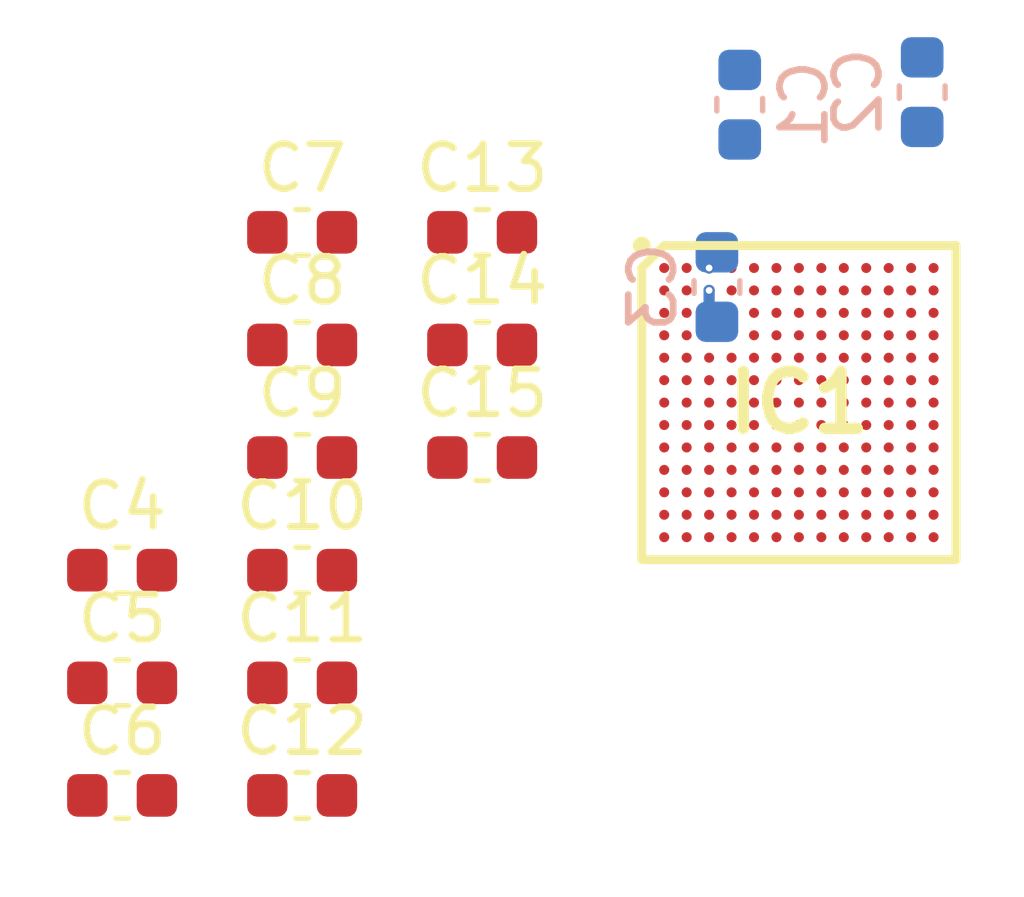
<source format=kicad_pcb>
(kicad_pcb (version 20241229) (generator "pcbnew") (generator_version "9.0")
  (layers (0 "F.Cu" signal) (4 "In1.Cu" signal) (6 "In2.Cu" signal) (8 "In3.Cu" signal) (10 "In4.Cu" signal) (2 "B.Cu" signal) (13 "F.Paste" user) (15 "B.Paste" user) (5 "F.SilkS" user "F.Silkscreen") (7 "B.SilkS" user "B.Silkscreen") (1 "F.Mask" user) (3 "B.Mask" user) (25 "Edge.Cuts" user))
  (net 0 "")
  (net 1 "Net-(IC1-VCAP_1)")
  (net 2 "MCU_VSS")
  (net 3 "Net-(IC1-VCAP_2)")
  (net 4 "MCU_VDD")
  (net 54 "SWCLK")
  (net 74 "SWDIO")
  (net 82 "Net-(D1-A)")
  (footprint "Capacitor_SMD:C_0603_1608Metric" (layer "F.Cu") (at 123.911 76.143)
    (property "Reference" "C5" (at 0 -1.43 0) (layer "F.SilkS"))
    (property "Value" "100nf?")
    (fp_line (start -0.14058 -0.51) (end 0.14058 -0.51) (stroke (width 0.12)) (layer "F.SilkS"))
    (fp_line (start -0.14058 0.51) (end 0.14058 0.51) (stroke (width 0.12)) (layer "F.SilkS"))
    (pad "1" smd roundrect (at -0.775 0) (size 0.9 0.95) (layers "F.Cu" "F.Mask" "F.Paste") (net 4 "MCU_VDD"))
    (pad "2" smd roundrect (at 0.775 0) (size 0.9 0.95) (layers "F.Cu" "F.Mask" "F.Paste") (net 2 "MCU_VSS"))
  )
  (footprint "Capacitor_SMD:C_0603_1608Metric" (layer "F.Cu") (at 131.931 71.123)
    (property "Reference" "C15" (at 0 -1.43 0) (layer "F.SilkS"))
    (property "Value" "100nf?")
    (fp_line (start -0.14058 -0.51) (end 0.14058 -0.51) (stroke (width 0.12)) (layer "F.SilkS"))
    (fp_line (start -0.14058 0.51) (end 0.14058 0.51) (stroke (width 0.12)) (layer "F.SilkS"))
    (pad "1" smd roundrect (at -0.775 0) (size 0.9 0.95) (layers "F.Cu" "F.Mask" "F.Paste") (net 4 "MCU_VDD"))
    (pad "2" smd roundrect (at 0.775 0) (size 0.9 0.95) (layers "F.Cu" "F.Mask" "F.Paste") (net 2 "MCU_VSS"))
  )
  (footprint "Capacitor_SMD:C_0603_1608Metric" (layer "F.Cu") (at 131.931 68.613)
    (property "Reference" "C14" (at 0 -1.43 0) (layer "F.SilkS"))
    (property "Value" "100nf?")
    (fp_line (start -0.14058 -0.51) (end 0.14058 -0.51) (stroke (width 0.12)) (layer "F.SilkS"))
    (fp_line (start -0.14058 0.51) (end 0.14058 0.51) (stroke (width 0.12)) (layer "F.SilkS"))
    (pad "1" smd roundrect (at -0.775 0) (size 0.9 0.95) (layers "F.Cu" "F.Mask" "F.Paste") (net 4 "MCU_VDD"))
    (pad "2" smd roundrect (at 0.775 0) (size 0.9 0.95) (layers "F.Cu" "F.Mask" "F.Paste") (net 2 "MCU_VSS"))
  )
  (footprint "Gabriel_footprints:BGA169C50P13X13_700X700X60" (layer "F.Cu") (at 138.986 69.898)
    (property "Reference" "IC1" (at 0 0 0) (layer "F.SilkS") (effects (font (size 1.27 1.27) (thickness 0.254))))
    (property "Value" "STM32H735AGI6" (hide yes))
    (fp_line (start -3.5 -3) (end -3 -3.5) (stroke (width 0.2)) (layer "F.SilkS"))
    (fp_line (start -3.5 3.5) (end -3.5 -3) (stroke (width 0.2)) (layer "F.SilkS"))
    (fp_line (start -3 -3.5) (end 3.5 -3.5) (stroke (width 0.2)) (layer "F.SilkS"))
    (fp_line (start 3.5 -3.5) (end 3.5 3.5) (stroke (width 0.2)) (layer "F.SilkS"))
    (fp_line (start 3.5 3.5) (end -3.5 3.5) (stroke (width 0.2)) (layer "F.SilkS"))
    (fp_circle (center -3.5 -3.5) (end -3.5 -3.4) (stroke (width 0.2)) (fill no) (layer "F.SilkS"))
    (pad "A1" smd circle (at -3 -3 90) (size 0.224 0.224) (layers "F.Cu" "F.Mask" "F.Paste"))
    (pad "A2" smd circle (at -2.5 -3 90) (size 0.224 0.224) (layers "F.Cu" "F.Mask" "F.Paste"))
    (pad "A3" smd circle (at -2 -3 90) (size 0.224 0.224) (layers "F.Cu" "F.Mask" "F.Paste") (net 4 "MCU_VDD"))
    (pad "A4" smd circle (at -1.5 -3 90) (size 0.224 0.224) (layers "F.Cu" "F.Mask" "F.Paste") (net 1 "Net-(IC1-VCAP_1)"))
    (pad "A5" smd circle (at -1 -3 90) (size 0.224 0.224) (layers "F.Cu" "F.Mask" "F.Paste"))
    (pad "A6" smd circle (at -0.5 -3 90) (size 0.224 0.224) (layers "F.Cu" "F.Mask" "F.Paste") (net 4 "MCU_VDD"))
    (pad "A7" smd circle (at 0 -3 90) (size 0.224 0.224) (layers "F.Cu" "F.Mask" "F.Paste") (net 4 "MCU_VDD"))
    (pad "A8" smd circle (at 0.5 -3 90) (size 0.224 0.224) (layers "F.Cu" "F.Mask" "F.Paste"))
    (pad "A9" smd circle (at 1 -3 90) (size 0.224 0.224) (layers "F.Cu" "F.Mask" "F.Paste"))
    (pad "A10" smd circle (at 1.5 -3 90) (size 0.224 0.224) (layers "F.Cu" "F.Mask" "F.Paste"))
    (pad "A11" smd circle (at 2 -3 90) (size 0.224 0.224) (layers "F.Cu" "F.Mask" "F.Paste"))
    (pad "A12" smd circle (at 2.5 -3 90) (size 0.224 0.224) (layers "F.Cu" "F.Mask" "F.Paste"))
    (pad "A13" smd circle (at 3 -3 90) (size 0.224 0.224) (layers "F.Cu" "F.Mask" "F.Paste"))
    (pad "B1" smd circle (at -3 -2.5 90) (size 0.224 0.224) (layers "F.Cu" "F.Mask" "F.Paste"))
    (pad "B2" smd circle (at -2.5 -2.5 90) (size 0.224 0.224) (layers "F.Cu" "F.Mask" "F.Paste"))
    (pad "B3" smd circle (at -2 -2.5 90) (size 0.224 0.224) (layers "F.Cu" "F.Mask" "F.Paste") (net 2 "MCU_VSS"))
    (pad "B4" smd circle (at -1.5 -2.5 90) (size 0.224 0.224) (layers "F.Cu" "F.Mask" "F.Paste"))
    (pad "B5" smd circle (at -1 -2.5 90) (size 0.224 0.224) (layers "F.Cu" "F.Mask" "F.Paste"))
    (pad "B6" smd circle (at -0.5 -2.5 90) (size 0.224 0.224) (layers "F.Cu" "F.Mask" "F.Paste"))
    (pad "B7" smd circle (at 0 -2.5 90) (size 0.224 0.224) (layers "F.Cu" "F.Mask" "F.Paste") (net 2 "MCU_VSS"))
    (pad "B8" smd circle (at 0.5 -2.5 90) (size 0.224 0.224) (layers "F.Cu" "F.Mask" "F.Paste"))
    (pad "B9" smd circle (at 1 -2.5 90) (size 0.224 0.224) (layers "F.Cu" "F.Mask" "F.Paste"))
    (pad "B10" smd circle (at 1.5 -2.5 90) (size 0.224 0.224) (layers "F.Cu" "F.Mask" "F.Paste") (net 2 "MCU_VSS"))
    (pad "B11" smd circle (at 2 -2.5 90) (size 0.224 0.224) (layers "F.Cu" "F.Mask" "F.Paste"))
    (pad "B12" smd circle (at 2.5 -2.5 90) (size 0.224 0.224) (layers "F.Cu" "F.Mask" "F.Paste") (net 54 "SWCLK"))
    (pad "B13" smd circle (at 3 -2.5 90) (size 0.224 0.224) (layers "F.Cu" "F.Mask" "F.Paste"))
    (pad "C1" smd circle (at -3 -2 90) (size 0.224 0.224) (layers "F.Cu" "F.Mask" "F.Paste"))
    (pad "C2" smd circle (at -2.5 -2 90) (size 0.224 0.224) (layers "F.Cu" "F.Mask" "F.Paste"))
    (pad "C3" smd circle (at -2 -2 90) (size 0.224 0.224) (layers "F.Cu" "F.Mask" "F.Paste"))
    (pad "C4" smd circle (at -1.5 -2 90) (size 0.224 0.224) (layers "F.Cu" "F.Mask" "F.Paste"))
    (pad "C5" smd circle (at -1 -2 90) (size 0.224 0.224) (layers "F.Cu" "F.Mask" "F.Paste"))
    (pad "C6" smd circle (at -0.5 -2 90) (size 0.224 0.224) (layers "F.Cu" "F.Mask" "F.Paste"))
    (pad "C7" smd circle (at 0 -2 90) (size 0.224 0.224) (layers "F.Cu" "F.Mask" "F.Paste"))
    (pad "C8" smd circle (at 0.5 -2 90) (size 0.224 0.224) (layers "F.Cu" "F.Mask" "F.Paste"))
    (pad "C9" smd circle (at 1 -2 90) (size 0.224 0.224) (layers "F.Cu" "F.Mask" "F.Paste"))
    (pad "C10" smd circle (at 1.5 -2 90) (size 0.224 0.224) (layers "F.Cu" "F.Mask" "F.Paste"))
    (pad "C11" smd circle (at 2 -2 90) (size 0.224 0.224) (layers "F.Cu" "F.Mask" "F.Paste"))
    (pad "C12" smd circle (at 2.5 -2 90) (size 0.224 0.224) (layers "F.Cu" "F.Mask" "F.Paste") (net 2 "MCU_VSS"))
    (pad "C13" smd circle (at 3 -2 90) (size 0.224 0.224) (layers "F.Cu" "F.Mask" "F.Paste") (net 4 "MCU_VDD"))
    (pad "D1" smd circle (at -3 -1.5 90) (size 0.224 0.224) (layers "F.Cu" "F.Mask" "F.Paste") (net 4 "MCU_VDD"))
    (pad "D2" smd circle (at -2.5 -1.5 90) (size 0.224 0.224) (layers "F.Cu" "F.Mask" "F.Paste") (net 2 "MCU_VSS"))
    (pad "D3" smd circle (at -2 -1.5 90) (size 0.224 0.224) (layers "F.Cu" "F.Mask" "F.Paste"))
    (pad "D4" smd circle (at -1.5 -1.5 90) (size 0.224 0.224) (layers "F.Cu" "F.Mask" "F.Paste"))
    (pad "D5" smd circle (at -1 -1.5 90) (size 0.224 0.224) (layers "F.Cu" "F.Mask" "F.Paste"))
    (pad "D6" smd circle (at -0.5 -1.5 90) (size 0.224 0.224) (layers "F.Cu" "F.Mask" "F.Paste"))
    (pad "D7" smd circle (at 0 -1.5 90) (size 0.224 0.224) (layers "F.Cu" "F.Mask" "F.Paste"))
    (pad "D8" smd circle (at 0.5 -1.5 90) (size 0.224 0.224) (layers "F.Cu" "F.Mask" "F.Paste"))
    (pad "D9" smd circle (at 1 -1.5 90) (size 0.224 0.224) (layers "F.Cu" "F.Mask" "F.Paste"))
    (pad "D10" smd circle (at 1.5 -1.5 90) (size 0.224 0.224) (layers "F.Cu" "F.Mask" "F.Paste"))
    (pad "D11" smd circle (at 2 -1.5 90) (size 0.224 0.224) (layers "F.Cu" "F.Mask" "F.Paste") (net 74 "SWDIO"))
    (pad "D12" smd circle (at 2.5 -1.5 90) (size 0.224 0.224) (layers "F.Cu" "F.Mask" "F.Paste"))
    (pad "D13" smd circle (at 3 -1.5 90) (size 0.224 0.224) (layers "F.Cu" "F.Mask" "F.Paste") (net 3 "Net-(IC1-VCAP_2)"))
    (pad "E1" smd circle (at -3 -1 90) (size 0.224 0.224) (layers "F.Cu" "F.Mask" "F.Paste"))
    (pad "E2" smd circle (at -2.5 -1 90) (size 0.224 0.224) (layers "F.Cu" "F.Mask" "F.Paste"))
    (pad "E3" smd circle (at -2 -1 90) (size 0.224 0.224) (layers "F.Cu" "F.Mask" "F.Paste"))
    (pad "E4" smd circle (at -1.5 -1 90) (size 0.224 0.224) (layers "F.Cu" "F.Mask" "F.Paste"))
    (pad "E5" smd circle (at -1 -1 90) (size 0.224 0.224) (layers "F.Cu" "F.Mask" "F.Paste"))
    (pad "E6" smd circle (at -0.5 -1 90) (size 0.224 0.224) (layers "F.Cu" "F.Mask" "F.Paste"))
    (pad "E7" smd circle (at 0 -1 90) (size 0.224 0.224) (layers "F.Cu" "F.Mask" "F.Paste"))
    (pad "E8" smd circle (at 0.5 -1 90) (size 0.224 0.224) (layers "F.Cu" "F.Mask" "F.Paste"))
    (pad "E9" smd circle (at 1 -1 90) (size 0.224 0.224) (layers "F.Cu" "F.Mask" "F.Paste"))
    (pad "E10" smd circle (at 1.5 -1 90) (size 0.224 0.224) (layers "F.Cu" "F.Mask" "F.Paste"))
    (pad "E11" smd circle (at 2 -1 90) (size 0.224 0.224) (layers "F.Cu" "F.Mask" "F.Paste"))
    (pad "E12" smd circle (at 2.5 -1 90) (size 0.224 0.224) (layers "F.Cu" "F.Mask" "F.Paste"))
    (pad "E13" smd circle (at 3 -1 90) (size 0.224 0.224) (layers "F.Cu" "F.Mask" "F.Paste"))
    (pad "F1" smd circle (at -3 -0.5 90) (size 0.224 0.224) (layers "F.Cu" "F.Mask" "F.Paste"))
    (pad "F2" smd circle (at -2.5 -0.5 90) (size 0.224 0.224) (layers "F.Cu" "F.Mask" "F.Paste"))
    (pad "F3" smd circle (at -2 -0.5 90) (size 0.224 0.224) (layers "F.Cu" "F.Mask" "F.Paste"))
    (pad "F4" smd circle (at -1.5 -0.5 90) (size 0.224 0.224) (layers "F.Cu" "F.Mask" "F.Paste"))
    (pad "F5" smd circle (at -1 -0.5 90) (size 0.224 0.224) (layers "F.Cu" "F.Mask" "F.Paste"))
    (pad "F6" smd circle (at -0.5 -0.5 90) (size 0.224 0.224) (layers "F.Cu" "F.Mask" "F.Paste"))
    (pad "F7" smd circle (at 0 -0.5 90) (size 0.224 0.224) (layers "F.Cu" "F.Mask" "F.Paste"))
    (pad "F8" smd circle (at 0.5 -0.5 90) (size 0.224 0.224) (layers "F.Cu" "F.Mask" "F.Paste"))
    (pad "F9" smd circle (at 1 -0.5 90) (size 0.224 0.224) (layers "F.Cu" "F.Mask" "F.Paste"))
    (pad "F10" smd circle (at 1.5 -0.5 90) (size 0.224 0.224) (layers "F.Cu" "F.Mask" "F.Paste"))
    (pad "F11" smd circle (at 2 -0.5 90) (size 0.224 0.224) (layers "F.Cu" "F.Mask" "F.Paste"))
    (pad "F12" smd circle (at 2.5 -0.5 90) (size 0.224 0.224) (layers "F.Cu" "F.Mask" "F.Paste"))
    (pad "F13" smd circle (at 3 -0.5 90) (size 0.224 0.224) (layers "F.Cu" "F.Mask" "F.Paste"))
    (pad "G1" smd circle (at -3 0 90) (size 0.224 0.224) (layers "F.Cu" "F.Mask" "F.Paste") (net 4 "MCU_VDD"))
    (pad "G2" smd circle (at -2.5 0 90) (size 0.224 0.224) (layers "F.Cu" "F.Mask" "F.Paste") (net 2 "MCU_VSS"))
    (pad "G3" smd circle (at -2 0 90) (size 0.224 0.224) (layers "F.Cu" "F.Mask" "F.Paste"))
    (pad "G4" smd circle (at -1.5 0 90) (size 0.224 0.224) (layers "F.Cu" "F.Mask" "F.Paste"))
    (pad "G5" smd circle (at -1 0 90) (size 0.224 0.224) (layers "F.Cu" "F.Mask" "F.Paste"))
    (pad "G6" smd circle (at -0.5 0 90) (size 0.224 0.224) (layers "F.Cu" "F.Mask" "F.Paste"))
    (pad "G7" smd circle (at 0 0 90) (size 0.224 0.224) (layers "F.Cu" "F.Mask" "F.Paste"))
    (pad "G8" smd circle (at 0.5 0 90) (size 0.224 0.224) (layers "F.Cu" "F.Mask" "F.Paste"))
    (pad "G9" smd circle (at 1 0 90) (size 0.224 0.224) (layers "F.Cu" "F.Mask" "F.Paste"))
    (pad "G10" smd circle (at 1.5 0 90) (size 0.224 0.224) (layers "F.Cu" "F.Mask" "F.Paste"))
    (pad "G11" smd circle (at 2 0 90) (size 0.224 0.224) (layers "F.Cu" "F.Mask" "F.Paste"))
    (pad "G12" smd circle (at 2.5 0 90) (size 0.224 0.224) (layers "F.Cu" "F.Mask" "F.Paste"))
    (pad "G13" smd circle (at 3 0 90) (size 0.224 0.224) (layers "F.Cu" "F.Mask" "F.Paste") (net 82 "Net-(D1-A)"))
    (pad "H1" smd circle (at -3 0.5 90) (size 0.224 0.224) (layers "F.Cu" "F.Mask" "F.Paste"))
    (pad "H2" smd circle (at -2.5 0.5 90) (size 0.224 0.224) (layers "F.Cu" "F.Mask" "F.Paste"))
    (pad "H3" smd circle (at -2 0.5 90) (size 0.224 0.224) (layers "F.Cu" "F.Mask" "F.Paste"))
    (pad "H4" smd circle (at -1.5 0.5 90) (size 0.224 0.224) (layers "F.Cu" "F.Mask" "F.Paste"))
    (pad "H5" smd circle (at -1 0.5 90) (size 0.224 0.224) (layers "F.Cu" "F.Mask" "F.Paste"))
    (pad "H6" smd circle (at -0.5 0.5 90) (size 0.224 0.224) (layers "F.Cu" "F.Mask" "F.Paste"))
    (pad "H7" smd circle (at 0 0.5 90) (size 0.224 0.224) (layers "F.Cu" "F.Mask" "F.Paste"))
    (pad "H8" smd circle (at 0.5 0.5 90) (size 0.224 0.224) (layers "F.Cu" "F.Mask" "F.Paste"))
    (pad "H9" smd circle (at 1 0.5 90) (size 0.224 0.224) (layers "F.Cu" "F.Mask" "F.Paste"))
    (pad "H10" smd circle (at 1.5 0.5 90) (size 0.224 0.224) (layers "F.Cu" "F.Mask" "F.Paste"))
    (pad "H11" smd circle (at 2 0.5 90) (size 0.224 0.224) (layers "F.Cu" "F.Mask" "F.Paste"))
    (pad "H12" smd circle (at 2.5 0.5 90) (size 0.224 0.224) (layers "F.Cu" "F.Mask" "F.Paste") (net 2 "MCU_VSS"))
    (pad "H13" smd circle (at 3 0.5 90) (size 0.224 0.224) (layers "F.Cu" "F.Mask" "F.Paste") (net 4 "MCU_VDD"))
    (pad "J1" smd circle (at -3 1 90) (size 0.224 0.224) (layers "F.Cu" "F.Mask" "F.Paste"))
    (pad "J2" smd circle (at -2.5 1 90) (size 0.224 0.224) (layers "F.Cu" "F.Mask" "F.Paste"))
    (pad "J3" smd circle (at -2 1 90) (size 0.224 0.224) (layers "F.Cu" "F.Mask" "F.Paste"))
    (pad "J4" smd circle (at -1.5 1 90) (size 0.224 0.224) (layers "F.Cu" "F.Mask" "F.Paste"))
    (pad "J5" smd circle (at -1 1 90) (size 0.224 0.224) (layers "F.Cu" "F.Mask" "F.Paste"))
    (pad "J6" smd circle (at -0.5 1 90) (size 0.224 0.224) (layers "F.Cu" "F.Mask" "F.Paste"))
    (pad "J7" smd circle (at 0 1 90) (size 0.224 0.224) (layers "F.Cu" "F.Mask" "F.Paste"))
    (pad "J8" smd circle (at 0.5 1 90) (size 0.224 0.224) (layers "F.Cu" "F.Mask" "F.Paste"))
    (pad "J9" smd circle (at 1 1 90) (size 0.224 0.224) (layers "F.Cu" "F.Mask" "F.Paste"))
    (pad "J10" smd circle (at 1.5 1 90) (size 0.224 0.224) (layers "F.Cu" "F.Mask" "F.Paste"))
    (pad "J11" smd circle (at 2 1 90) (size 0.224 0.224) (layers "F.Cu" "F.Mask" "F.Paste"))
    (pad "J12" smd circle (at 2.5 1 90) (size 0.224 0.224) (layers "F.Cu" "F.Mask" "F.Paste"))
    (pad "J13" smd circle (at 3 1 90) (size 0.224 0.224) (layers "F.Cu" "F.Mask" "F.Paste"))
    (pad "K1" smd circle (at -3 1.5 90) (size 0.224 0.224) (layers "F.Cu" "F.Mask" "F.Paste"))
    (pad "K2" smd circle (at -2.5 1.5 90) (size 0.224 0.224) (layers "F.Cu" "F.Mask" "F.Paste"))
    (pad "K3" smd circle (at -2 1.5 90) (size 0.224 0.224) (layers "F.Cu" "F.Mask" "F.Paste"))
    (pad "K4" smd circle (at -1.5 1.5 90) (size 0.224 0.224) (layers "F.Cu" "F.Mask" "F.Paste"))
    (pad "K5" smd circle (at -1 1.5 90) (size 0.224 0.224) (layers "F.Cu" "F.Mask" "F.Paste"))
    (pad "K6" smd circle (at -0.5 1.5 90) (size 0.224 0.224) (layers "F.Cu" "F.Mask" "F.Paste"))
    (pad "K7" smd circle (at 0 1.5 90) (size 0.224 0.224) (layers "F.Cu" "F.Mask" "F.Paste"))
    (pad "K8" smd circle (at 0.5 1.5 90) (size 0.224 0.224) (layers "F.Cu" "F.Mask" "F.Paste"))
    (pad "K9" smd circle (at 1 1.5 90) (size 0.224 0.224) (layers "F.Cu" "F.Mask" "F.Paste"))
    (pad "K10" smd circle (at 1.5 1.5 90) (size 0.224 0.224) (layers "F.Cu" "F.Mask" "F.Paste"))
    (pad "K11" smd circle (at 2 1.5 90) (size 0.224 0.224) (layers "F.Cu" "F.Mask" "F.Paste"))
    (pad "K12" smd circle (at 2.5 1.5 90) (size 0.224 0.224) (layers "F.Cu" "F.Mask" "F.Paste"))
    (pad "K13" smd circle (at 3 1.5 90) (size 0.224 0.224) (layers "F.Cu" "F.Mask" "F.Paste"))
    (pad "L1" smd circle (at -3 2 90) (size 0.224 0.224) (layers "F.Cu" "F.Mask" "F.Paste"))
    (pad "L2" smd circle (at -2.5 2 90) (size 0.224 0.224) (layers "F.Cu" "F.Mask" "F.Paste"))
    (pad "L3" smd circle (at -2 2 90) (size 0.224 0.224) (layers "F.Cu" "F.Mask" "F.Paste"))
    (pad "L4" smd circle (at -1.5 2 90) (size 0.224 0.224) (layers "F.Cu" "F.Mask" "F.Paste"))
    (pad "L5" smd circle (at -1 2 90) (size 0.224 0.224) (layers "F.Cu" "F.Mask" "F.Paste"))
    (pad "L6" smd circle (at -0.5 2 90) (size 0.224 0.224) (layers "F.Cu" "F.Mask" "F.Paste"))
    (pad "L7" smd circle (at 0 2 90) (size 0.224 0.224) (layers "F.Cu" "F.Mask" "F.Paste"))
    (pad "L8" smd circle (at 0.5 2 90) (size 0.224 0.224) (layers "F.Cu" "F.Mask" "F.Paste"))
    (pad "L9" smd circle (at 1 2 90) (size 0.224 0.224) (layers "F.Cu" "F.Mask" "F.Paste"))
    (pad "L10" smd circle (at 1.5 2 90) (size 0.224 0.224) (layers "F.Cu" "F.Mask" "F.Paste"))
    (pad "L11" smd circle (at 2 2 90) (size 0.224 0.224) (layers "F.Cu" "F.Mask" "F.Paste"))
    (pad "L12" smd circle (at 2.5 2 90) (size 0.224 0.224) (layers "F.Cu" "F.Mask" "F.Paste") (net 2 "MCU_VSS"))
    (pad "L13" smd circle (at 3 2 90) (size 0.224 0.224) (layers "F.Cu" "F.Mask" "F.Paste") (net 4 "MCU_VDD"))
    (pad "M1" smd circle (at -3 2.5 90) (size 0.224 0.224) (layers "F.Cu" "F.Mask" "F.Paste") (net 4 "MCU_VDD"))
    (pad "M2" smd circle (at -2.5 2.5 90) (size 0.224 0.224) (layers "F.Cu" "F.Mask" "F.Paste") (net 2 "MCU_VSS"))
    (pad "M3" smd circle (at -2 2.5 90) (size 0.224 0.224) (layers "F.Cu" "F.Mask" "F.Paste"))
    (pad "M4" smd circle (at -1.5 2.5 90) (size 0.224 0.224) (layers "F.Cu" "F.Mask" "F.Paste") (net 2 "MCU_VSS"))
    (pad "M5" smd circle (at -1 2.5 90) (size 0.224 0.224) (layers "F.Cu" "F.Mask" "F.Paste"))
    (pad "M6" smd circle (at -0.5 2.5 90) (size 0.224 0.224) (layers "F.Cu" "F.Mask" "F.Paste"))
    (pad "M7" smd circle (at 0 2.5 90) (size 0.224 0.224) (layers "F.Cu" "F.Mask" "F.Paste") (net 2 "MCU_VSS"))
    (pad "M8" smd circle (at 0.5 2.5 90) (size 0.224 0.224) (layers "F.Cu" "F.Mask" "F.Paste"))
    (pad "M9" smd circle (at 1 2.5 90) (size 0.224 0.224) (layers "F.Cu" "F.Mask" "F.Paste"))
    (pad "M10" smd circle (at 1.5 2.5 90) (size 0.224 0.224) (layers "F.Cu" "F.Mask" "F.Paste"))
    (pad "M11" smd circle (at 2 2.5 90) (size 0.224 0.224) (layers "F.Cu" "F.Mask" "F.Paste") (net 2 "MCU_VSS"))
    (pad "M12" smd circle (at 2.5 2.5 90) (size 0.224 0.224) (layers "F.Cu" "F.Mask" "F.Paste"))
    (pad "M13" smd circle (at 3 2.5 90) (size 0.224 0.224) (layers "F.Cu" "F.Mask" "F.Paste"))
    (pad "N1" smd circle (at -3 3 90) (size 0.224 0.224) (layers "F.Cu" "F.Mask" "F.Paste"))
    (pad "N2" smd circle (at -2.5 3 90) (size 0.224 0.224) (layers "F.Cu" "F.Mask" "F.Paste"))
    (pad "N3" smd circle (at -2 3 90) (size 0.224 0.224) (layers "F.Cu" "F.Mask" "F.Paste"))
    (pad "N4" smd circle (at -1.5 3 90) (size 0.224 0.224) (layers "F.Cu" "F.Mask" "F.Paste") (net 4 "MCU_VDD"))
    (pad "N5" smd circle (at -1 3 90) (size 0.224 0.224) (layers "F.Cu" "F.Mask" "F.Paste"))
    (pad "N6" smd circle (at -0.5 3 90) (size 0.224 0.224) (layers "F.Cu" "F.Mask" "F.Paste"))
    (pad "N7" smd circle (at 0 3 90) (size 0.224 0.224) (layers "F.Cu" "F.Mask" "F.Paste") (net 4 "MCU_VDD"))
    (pad "N8" smd circle (at 0.5 3 90) (size 0.224 0.224) (layers "F.Cu" "F.Mask" "F.Paste"))
    (pad "N9" smd circle (at 1 3 90) (size 0.224 0.224) (layers "F.Cu" "F.Mask" "F.Paste"))
    (pad "N10" smd circle (at 1.5 3 90) (size 0.224 0.224) (layers "F.Cu" "F.Mask" "F.Paste"))
    (pad "N11" smd circle (at 2 3 90) (size 0.224 0.224) (layers "F.Cu" "F.Mask" "F.Paste") (net 4 "MCU_VDD"))
    (pad "N12" smd circle (at 2.5 3 90) (size 0.224 0.224) (layers "F.Cu" "F.Mask" "F.Paste"))
    (pad "N13" smd circle (at 3 3 90) (size 0.224 0.224) (layers "F.Cu" "F.Mask" "F.Paste"))
  )
  (footprint "Capacitor_SMD:C_0603_1608Metric" (layer "F.Cu") (at 127.921 76.143)
    (property "Reference" "C11" (at 0 -1.43 0) (layer "F.SilkS"))
    (property "Value" "100nf?")
    (fp_line (start -0.14058 -0.51) (end 0.14058 -0.51) (stroke (width 0.12)) (layer "F.SilkS"))
    (fp_line (start -0.14058 0.51) (end 0.14058 0.51) (stroke (width 0.12)) (layer "F.SilkS"))
    (pad "1" smd roundrect (at -0.775 0) (size 0.9 0.95) (layers "F.Cu" "F.Mask" "F.Paste") (net 4 "MCU_VDD"))
    (pad "2" smd roundrect (at 0.775 0) (size 0.9 0.95) (layers "F.Cu" "F.Mask" "F.Paste") (net 2 "MCU_VSS"))
  )
  (footprint "Capacitor_SMD:C_0603_1608Metric" (layer "F.Cu") (at 131.931 66.103)
    (property "Reference" "C13" (at 0 -1.43 0) (layer "F.SilkS"))
    (property "Value" "100nf?")
    (fp_line (start -0.14058 -0.51) (end 0.14058 -0.51) (stroke (width 0.12)) (layer "F.SilkS"))
    (fp_line (start -0.14058 0.51) (end 0.14058 0.51) (stroke (width 0.12)) (layer "F.SilkS"))
    (pad "1" smd roundrect (at -0.775 0) (size 0.9 0.95) (layers "F.Cu" "F.Mask" "F.Paste") (net 4 "MCU_VDD"))
    (pad "2" smd roundrect (at 0.775 0) (size 0.9 0.95) (layers "F.Cu" "F.Mask" "F.Paste") (net 2 "MCU_VSS"))
  )
  (footprint "Capacitor_SMD:C_0603_1608Metric" (layer "F.Cu") (at 127.921 71.123)
    (property "Reference" "C9" (at 0 -1.43 0) (layer "F.SilkS"))
    (property "Value" "100nf?")
    (fp_line (start -0.14058 -0.51) (end 0.14058 -0.51) (stroke (width 0.12)) (layer "F.SilkS"))
    (fp_line (start -0.14058 0.51) (end 0.14058 0.51) (stroke (width 0.12)) (layer "F.SilkS"))
    (pad "1" smd roundrect (at -0.775 0) (size 0.9 0.95) (layers "F.Cu" "F.Mask" "F.Paste") (net 4 "MCU_VDD"))
    (pad "2" smd roundrect (at 0.775 0) (size 0.9 0.95) (layers "F.Cu" "F.Mask" "F.Paste") (net 2 "MCU_VSS"))
  )
  (footprint "Capacitor_SMD:C_0603_1608Metric" (layer "F.Cu") (at 127.921 66.103)
    (property "Reference" "C7" (at 0 -1.43 0) (layer "F.SilkS"))
    (property "Value" "100nf?")
    (fp_line (start -0.14058 -0.51) (end 0.14058 -0.51) (stroke (width 0.12)) (layer "F.SilkS"))
    (fp_line (start -0.14058 0.51) (end 0.14058 0.51) (stroke (width 0.12)) (layer "F.SilkS"))
    (pad "1" smd roundrect (at -0.775 0) (size 0.9 0.95) (layers "F.Cu" "F.Mask" "F.Paste") (net 4 "MCU_VDD"))
    (pad "2" smd roundrect (at 0.775 0) (size 0.9 0.95) (layers "F.Cu" "F.Mask" "F.Paste") (net 2 "MCU_VSS"))
  )
  (footprint "Capacitor_SMD:C_0603_1608Metric" (layer "F.Cu") (at 127.921 73.633)
    (property "Reference" "C10" (at 0 -1.43 0) (layer "F.SilkS"))
    (property "Value" "100nf?")
    (fp_line (start -0.14058 -0.51) (end 0.14058 -0.51) (stroke (width 0.12)) (layer "F.SilkS"))
    (fp_line (start -0.14058 0.51) (end 0.14058 0.51) (stroke (width 0.12)) (layer "F.SilkS"))
    (pad "1" smd roundrect (at -0.775 0) (size 0.9 0.95) (layers "F.Cu" "F.Mask" "F.Paste") (net 4 "MCU_VDD"))
    (pad "2" smd roundrect (at 0.775 0) (size 0.9 0.95) (layers "F.Cu" "F.Mask" "F.Paste") (net 2 "MCU_VSS"))
  )
  (footprint "Capacitor_SMD:C_0603_1608Metric" (layer "F.Cu") (at 127.921 68.613)
    (property "Reference" "C8" (at 0 -1.43 0) (layer "F.SilkS"))
    (property "Value" "100nf?")
    (fp_line (start -0.14058 -0.51) (end 0.14058 -0.51) (stroke (width 0.12)) (layer "F.SilkS"))
    (fp_line (start -0.14058 0.51) (end 0.14058 0.51) (stroke (width 0.12)) (layer "F.SilkS"))
    (pad "1" smd roundrect (at -0.775 0) (size 0.9 0.95) (layers "F.Cu" "F.Mask" "F.Paste") (net 4 "MCU_VDD"))
    (pad "2" smd roundrect (at 0.775 0) (size 0.9 0.95) (layers "F.Cu" "F.Mask" "F.Paste") (net 2 "MCU_VSS"))
  )
  (footprint "Capacitor_SMD:C_0603_1608Metric" (layer "F.Cu") (at 123.911 78.653)
    (property "Reference" "C6" (at 0 -1.43 0) (layer "F.SilkS"))
    (property "Value" "100nf?")
    (fp_line (start -0.14058 -0.51) (end 0.14058 -0.51) (stroke (width 0.12)) (layer "F.SilkS"))
    (fp_line (start -0.14058 0.51) (end 0.14058 0.51) (stroke (width 0.12)) (layer "F.SilkS"))
    (pad "1" smd roundrect (at -0.775 0) (size 0.9 0.95) (layers "F.Cu" "F.Mask" "F.Paste") (net 4 "MCU_VDD"))
    (pad "2" smd roundrect (at 0.775 0) (size 0.9 0.95) (layers "F.Cu" "F.Mask" "F.Paste") (net 2 "MCU_VSS"))
  )
  (footprint "Capacitor_SMD:C_0603_1608Metric" (layer "F.Cu") (at 123.911 73.633)
    (property "Reference" "C4" (at 0 -1.43 0) (layer "F.SilkS"))
    (property "Value" "100nf?")
    (fp_line (start -0.14058 -0.51) (end 0.14058 -0.51) (stroke (width 0.12)) (layer "F.SilkS"))
    (fp_line (start -0.14058 0.51) (end 0.14058 0.51) (stroke (width 0.12)) (layer "F.SilkS"))
    (pad "1" smd roundrect (at -0.775 0) (size 0.9 0.95) (layers "F.Cu" "F.Mask" "F.Paste") (net 4 "MCU_VDD"))
    (pad "2" smd roundrect (at 0.775 0) (size 0.9 0.95) (layers "F.Cu" "F.Mask" "F.Paste") (net 2 "MCU_VSS"))
  )
  (footprint "Capacitor_SMD:C_0603_1608Metric" (layer "F.Cu") (at 127.921 78.653)
    (property "Reference" "C12" (at 0 -1.43 0) (layer "F.SilkS"))
    (property "Value" "100nf?")
    (fp_line (start -0.14058 -0.51) (end 0.14058 -0.51) (stroke (width 0.12)) (layer "F.SilkS"))
    (fp_line (start -0.14058 0.51) (end 0.14058 0.51) (stroke (width 0.12)) (layer "F.SilkS"))
    (pad "1" smd roundrect (at -0.775 0) (size 0.9 0.95) (layers "F.Cu" "F.Mask" "F.Paste") (net 4 "MCU_VDD"))
    (pad "2" smd roundrect (at 0.775 0) (size 0.9 0.95) (layers "F.Cu" "F.Mask" "F.Paste") (net 2 "MCU_VSS"))
  )
  (footprint "Capacitor_SMD:C_0603_1608Metric" (layer "B.Cu") (at 137.16 67.323 -90)
    (property "Reference" "C3" (at 0 1.43 90) (layer "B.SilkS") (effects (justify mirror)))
    (property "Value" "100nf?")
    (fp_line (start -0.14058 0.51) (end 0.14058 0.51) (stroke (width 0.12)) (layer "B.SilkS"))
    (fp_line (start -0.14058 -0.51) (end 0.14058 -0.51) (stroke (width 0.12)) (layer "B.SilkS"))
    (pad "1" smd roundrect (at -0.775 0 270) (size 0.9 0.95) (layers "B.Cu" "B.Mask" "B.Paste") (net 4 "MCU_VDD"))
    (pad "2" smd roundrect (at 0.775 0 270) (size 0.9 0.95) (layers "B.Cu" "B.Mask" "B.Paste") (net 2 "MCU_VSS"))
  )
  (footprint "Capacitor_SMD:C_0603_1608Metric" (layer "B.Cu") (at 137.668 63.259 90)
    (property "Reference" "C1" (at 0 1.43 90) (layer "B.SilkS") (effects (justify mirror)))
    (property "Value" "2.2uf")
    (fp_line (start -0.14058 -0.51) (end 0.14058 -0.51) (stroke (width 0.12)) (layer "B.SilkS"))
    (fp_line (start -0.14058 0.51) (end 0.14058 0.51) (stroke (width 0.12)) (layer "B.SilkS"))
    (pad "1" smd roundrect (at -0.775 0 90) (size 0.9 0.95) (layers "B.Cu" "B.Mask" "B.Paste") (net 2 "MCU_VSS"))
    (pad "2" smd roundrect (at 0.775 0 90) (size 0.9 0.95) (layers "B.Cu" "B.Mask" "B.Paste") (net 1 "Net-(IC1-VCAP_1)"))
  )
  (footprint "Capacitor_SMD:C_0603_1608Metric" (layer "B.Cu") (at 141.732 62.979 -90)
    (property "Reference" "C2" (at 0 1.43 90) (layer "B.SilkS") (effects (justify mirror)))
    (property "Value" "2.2uf")
    (fp_line (start -0.14058 0.51) (end 0.14058 0.51) (stroke (width 0.12)) (layer "B.SilkS"))
    (fp_line (start -0.14058 -0.51) (end 0.14058 -0.51) (stroke (width 0.12)) (layer "B.SilkS"))
    (pad "1" smd roundrect (at -0.775 0 270) (size 0.9 0.95) (layers "B.Cu" "B.Mask" "B.Paste") (net 2 "MCU_VSS"))
    (pad "2" smd roundrect (at 0.775 0 270) (size 0.9 0.95) (layers "B.Cu" "B.Mask" "B.Paste") (net 3 "Net-(IC1-VCAP_2)"))
  )
  (via (at 136.986 67.398) (size 0.25) (drill 0.15) (layers "F.Cu" "B.Cu") (net 2))
  (segment (start 136.986 67.398) (end 136.986 67.924) (width 0.25) (layer "B.Cu") (net 2))
  (segment (start 136.986 67.924) (end 137.16 68.098) (width 0.25) (layer "B.Cu") (net 2))
  (via (at 136.986 66.898) (size 0.25) (drill 0.15) (layers "F.Cu" "B.Cu") (net 4))
)
</source>
